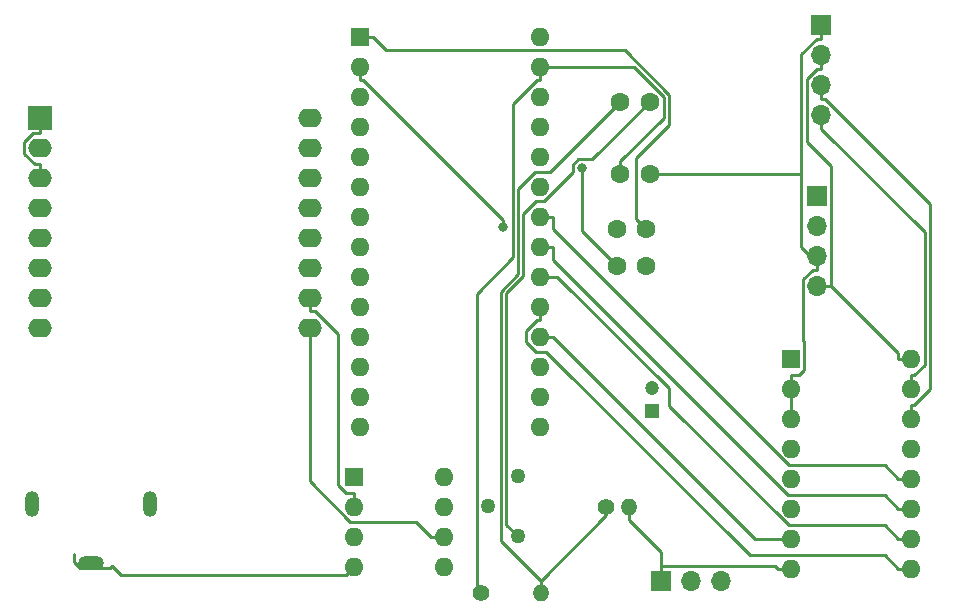
<source format=gbr>
%TF.GenerationSoftware,KiCad,Pcbnew,7.0.6*%
%TF.CreationDate,2023-11-13T16:35:45+01:00*%
%TF.ProjectId,c64sid,63363473-6964-42e6-9b69-6361645f7063,rev?*%
%TF.SameCoordinates,Original*%
%TF.FileFunction,Copper,L2,Bot*%
%TF.FilePolarity,Positive*%
%FSLAX46Y46*%
G04 Gerber Fmt 4.6, Leading zero omitted, Abs format (unit mm)*
G04 Created by KiCad (PCBNEW 7.0.6) date 2023-11-13 16:35:45*
%MOMM*%
%LPD*%
G01*
G04 APERTURE LIST*
%TA.AperFunction,ComponentPad*%
%ADD10R,1.600000X1.600000*%
%TD*%
%TA.AperFunction,ComponentPad*%
%ADD11O,1.600000X1.600000*%
%TD*%
%TA.AperFunction,ComponentPad*%
%ADD12C,1.600000*%
%TD*%
%TA.AperFunction,ComponentPad*%
%ADD13R,1.700000X1.700000*%
%TD*%
%TA.AperFunction,ComponentPad*%
%ADD14O,1.700000X1.700000*%
%TD*%
%TA.AperFunction,ComponentPad*%
%ADD15C,1.400000*%
%TD*%
%TA.AperFunction,ComponentPad*%
%ADD16O,1.400000X1.400000*%
%TD*%
%TA.AperFunction,ComponentPad*%
%ADD17O,1.200000X2.200000*%
%TD*%
%TA.AperFunction,ComponentPad*%
%ADD18O,2.200000X1.200000*%
%TD*%
%TA.AperFunction,ComponentPad*%
%ADD19R,1.200000X1.200000*%
%TD*%
%TA.AperFunction,ComponentPad*%
%ADD20C,1.200000*%
%TD*%
%TA.AperFunction,ComponentPad*%
%ADD21C,1.260000*%
%TD*%
%TA.AperFunction,ComponentPad*%
%ADD22R,2.000000X2.000000*%
%TD*%
%TA.AperFunction,ComponentPad*%
%ADD23O,2.000000X1.600000*%
%TD*%
%TA.AperFunction,ViaPad*%
%ADD24C,0.800000*%
%TD*%
%TA.AperFunction,Conductor*%
%ADD25C,0.250000*%
%TD*%
G04 APERTURE END LIST*
D10*
%TO.P,U3,1,CAP1A*%
%TO.N,Net-(U3-CAP1A)*%
X116970000Y-56250000D03*
D11*
%TO.P,U3,2,CAP2A*%
%TO.N,Net-(U3-CAP2A)*%
X116970000Y-58790000D03*
%TO.P,U3,3,CAP1B*%
%TO.N,Net-(U3-CAP1B)*%
X116970000Y-61330000D03*
%TO.P,U3,4,CAP2B*%
%TO.N,Net-(U3-CAP2B)*%
X116970000Y-63870000D03*
%TO.P,U3,5,~{RES}*%
%TO.N,/~{res}*%
X116970000Y-66410000D03*
%TO.P,U3,6,S2*%
%TO.N,/clk*%
X116970000Y-68950000D03*
%TO.P,U3,7,R~{W}*%
%TO.N,/r~{w}*%
X116970000Y-71490000D03*
%TO.P,U3,8,~{CS}*%
%TO.N,/~{cs}*%
X116970000Y-74030000D03*
%TO.P,U3,9,A0*%
%TO.N,/A_{0}*%
X116970000Y-76570000D03*
%TO.P,U3,10,A1*%
%TO.N,/A_{1}*%
X116970000Y-79110000D03*
%TO.P,U3,11,A2*%
%TO.N,/A_{2}*%
X116970000Y-81650000D03*
%TO.P,U3,12,A3*%
%TO.N,/A_{3}*%
X116970000Y-84190000D03*
%TO.P,U3,13,A4*%
%TO.N,/A_{4}*%
X116970000Y-86730000D03*
%TO.P,U3,14,GND*%
%TO.N,unconnected-(U3-GND-Pad14)*%
X116970000Y-89270000D03*
%TO.P,U3,15,D0*%
%TO.N,/D0*%
X132210000Y-89270000D03*
%TO.P,U3,16,D1*%
%TO.N,/D1*%
X132210000Y-86730000D03*
%TO.P,U3,17,D2*%
%TO.N,/D2*%
X132210000Y-84190000D03*
%TO.P,U3,18,D3*%
%TO.N,/D3*%
X132210000Y-81650000D03*
%TO.P,U3,19,D4*%
%TO.N,/D4*%
X132210000Y-79110000D03*
%TO.P,U3,20,D5*%
%TO.N,/D5*%
X132210000Y-76570000D03*
%TO.P,U3,21,D6*%
%TO.N,/D6*%
X132210000Y-74030000D03*
%TO.P,U3,22,D7*%
%TO.N,/D7*%
X132210000Y-71490000D03*
%TO.P,U3,23,POTY*%
%TO.N,unconnected-(U3-POTY-Pad23)*%
X132210000Y-68950000D03*
%TO.P,U3,24,POTX*%
%TO.N,unconnected-(U3-POTX-Pad24)*%
X132210000Y-66410000D03*
%TO.P,U3,25,Vcc*%
%TO.N,VCC*%
X132210000Y-63870000D03*
%TO.P,U3,26,EXT*%
%TO.N,unconnected-(U3-EXT-Pad26)*%
X132210000Y-61330000D03*
%TO.P,U3,27,OUT*%
%TO.N,Net-(U3-OUT)*%
X132210000Y-58790000D03*
%TO.P,U3,28,Vdd*%
%TO.N,+12V*%
X132210000Y-56250000D03*
%TD*%
D12*
%TO.P,C6,1*%
%TO.N,Net-(U3-OUT)*%
X139022300Y-67870000D03*
%TO.P,C6,2*%
%TO.N,GND*%
X141522300Y-67870000D03*
%TD*%
D13*
%TO.P,J1,1,Pin_1*%
%TO.N,GND*%
X142500000Y-102300000D03*
D14*
%TO.P,J1,2,Pin_2*%
%TO.N,Audio*%
X145040000Y-102300000D03*
%TO.P,J1,3,Pin_3*%
X147580000Y-102300000D03*
%TD*%
D15*
%TO.P,R17,1*%
%TO.N,Net-(C5-Pad1)*%
X137860000Y-96100000D03*
D16*
%TO.P,R17,2*%
%TO.N,GND*%
X139760000Y-96100000D03*
%TD*%
D15*
%TO.P,R18,1*%
%TO.N,Net-(U3-OUT)*%
X127210000Y-103350000D03*
D16*
%TO.P,R18,2*%
%TO.N,Net-(C5-Pad1)*%
X132290000Y-103350000D03*
%TD*%
D12*
%TO.P,C1,1*%
%TO.N,Net-(U3-CAP2A)*%
X138750000Y-72500000D03*
%TO.P,C1,2*%
%TO.N,Net-(U3-CAP1A)*%
X141250000Y-72500000D03*
%TD*%
D10*
%TO.P,U5,1,GAIN*%
%TO.N,unconnected-(U5-GAIN-Pad1)*%
X116520000Y-93500000D03*
D11*
%TO.P,U5,2,-*%
%TO.N,GND*%
X116520000Y-96040000D03*
%TO.P,U5,3,+*%
%TO.N,Net-(U5-+)*%
X116520000Y-98580000D03*
%TO.P,U5,4,GND*%
%TO.N,GND*%
X116520000Y-101120000D03*
%TO.P,U5,5*%
%TO.N,Net-(C3-Pad1)*%
X124140000Y-101120000D03*
%TO.P,U5,6,V+*%
%TO.N,VCC*%
X124140000Y-98580000D03*
%TO.P,U5,7,BYPASS*%
%TO.N,unconnected-(U5-BYPASS-Pad7)*%
X124140000Y-96040000D03*
%TO.P,U5,8,GAIN*%
%TO.N,unconnected-(U5-GAIN-Pad8)*%
X124140000Y-93500000D03*
%TD*%
D13*
%TO.P,J3,1,Pin_1*%
%TO.N,GND*%
X156025000Y-55250000D03*
D14*
%TO.P,J3,2,Pin_2*%
%TO.N,VCC*%
X156025000Y-57790000D03*
%TO.P,J3,3,Pin_3*%
%TO.N,/SCL*%
X156025000Y-60330000D03*
%TO.P,J3,4,Pin_4*%
%TO.N,/SDA*%
X156025000Y-62870000D03*
%TD*%
D10*
%TO.P,U1,1,A0*%
%TO.N,unconnected-(U1-A0-Pad1)*%
X153500000Y-83510000D03*
D11*
%TO.P,U1,2,A1*%
%TO.N,GND*%
X153500000Y-86050000D03*
%TO.P,U1,3,A2*%
X153500000Y-88590000D03*
%TO.P,U1,4,P0*%
%TO.N,/D0*%
X153500000Y-91130000D03*
%TO.P,U1,5,P1*%
%TO.N,/D1*%
X153500000Y-93670000D03*
%TO.P,U1,6,P2*%
%TO.N,/D2*%
X153500000Y-96210000D03*
%TO.P,U1,7,P3*%
%TO.N,/D3*%
X153500000Y-98750000D03*
%TO.P,U1,8,VSS*%
%TO.N,GND*%
X153500000Y-101290000D03*
%TO.P,U1,9,P4*%
%TO.N,/D4*%
X163660000Y-101290000D03*
%TO.P,U1,10,P5*%
%TO.N,/D5*%
X163660000Y-98750000D03*
%TO.P,U1,11,P6*%
%TO.N,/D6*%
X163660000Y-96210000D03*
%TO.P,U1,12,P7*%
%TO.N,/D7*%
X163660000Y-93670000D03*
%TO.P,U1,13,~{INT}*%
%TO.N,unconnected-(U1-~{INT}-Pad13)*%
X163660000Y-91130000D03*
%TO.P,U1,14,SCL*%
%TO.N,/SCL*%
X163660000Y-88590000D03*
%TO.P,U1,15,SDA*%
%TO.N,/SDA*%
X163660000Y-86050000D03*
%TO.P,U1,16,VDD*%
%TO.N,VCC*%
X163660000Y-83510000D03*
%TD*%
D17*
%TO.P,P1,T*%
%TO.N,N/C*%
X99200000Y-95800000D03*
D18*
%TO.P,P1,S*%
X94200000Y-100800000D03*
D17*
%TO.P,P1,R*%
X89200000Y-95800000D03*
%TD*%
D19*
%TO.P,C3,1*%
%TO.N,Net-(C3-Pad1)*%
X141750000Y-87950000D03*
D20*
%TO.P,C3,2*%
%TO.N,Net-(P1-R)*%
X141750000Y-85950000D03*
%TD*%
D12*
%TO.P,C2,1*%
%TO.N,Net-(U3-CAP1B)*%
X138750000Y-75650000D03*
%TO.P,C2,2*%
%TO.N,Net-(U3-CAP2B)*%
X141250000Y-75650000D03*
%TD*%
D21*
%TO.P,RV1,1,1*%
%TO.N,Audio*%
X130370000Y-98550000D03*
%TO.P,RV1,2,2*%
%TO.N,Net-(U5-+)*%
X127830000Y-96010000D03*
%TO.P,RV1,3,3*%
%TO.N,GND*%
X130370000Y-93470000D03*
%TD*%
D13*
%TO.P,J2,1,Pin_1*%
%TO.N,/In*%
X155675000Y-69700000D03*
D14*
%TO.P,J2,2,Pin_2*%
%TO.N,/D3*%
X155675000Y-72240000D03*
%TO.P,J2,3,Pin_3*%
%TO.N,GND*%
X155675000Y-74780000D03*
%TO.P,J2,4,Pin_4*%
%TO.N,VCC*%
X155675000Y-77320000D03*
%TD*%
D22*
%TO.P,U2,1,~{RST}*%
%TO.N,/RST*%
X89890000Y-63110000D03*
D23*
%TO.P,U2,2,A0*%
%TO.N,/In*%
X89890000Y-65650000D03*
%TO.P,U2,3,D0*%
%TO.N,/RST*%
X89890000Y-68190000D03*
%TO.P,U2,4,SCK/D5*%
%TO.N,/A_{1}*%
X89890000Y-70730000D03*
%TO.P,U2,5,MISO/D6*%
%TO.N,/A_{2}*%
X89890000Y-73270000D03*
%TO.P,U2,6,MOSI/D7*%
%TO.N,/A_{3}*%
X89890000Y-75810000D03*
%TO.P,U2,7,CS/D8*%
%TO.N,/A_{4}*%
X89890000Y-78350000D03*
%TO.P,U2,8,3V3*%
%TO.N,unconnected-(U2-3V3-Pad8)*%
X89890000Y-80890000D03*
%TO.P,U2,9,5V*%
%TO.N,VCC*%
X112750000Y-80890000D03*
%TO.P,U2,10,GND*%
%TO.N,GND*%
X112750000Y-78350000D03*
%TO.P,U2,11,D4*%
%TO.N,/A_{0}*%
X112750000Y-75810000D03*
%TO.P,U2,12,D3*%
%TO.N,/D3*%
X112750000Y-73270000D03*
%TO.P,U2,13,SDA/D2*%
%TO.N,/SDA*%
X112750000Y-70730000D03*
%TO.P,U2,14,SCL/D1*%
%TO.N,/SCL*%
X112750000Y-68190000D03*
%TO.P,U2,15,RX*%
%TO.N,unconnected-(U2-RX-Pad15)*%
X112750000Y-65650000D03*
%TO.P,U2,16,TX*%
%TO.N,unconnected-(U2-TX-Pad16)*%
X112750000Y-63110000D03*
%TD*%
D12*
%TO.P,C5,1*%
%TO.N,Net-(C5-Pad1)*%
X139022300Y-61760000D03*
%TO.P,C5,2*%
%TO.N,Audio*%
X141522300Y-61760000D03*
%TD*%
D24*
%TO.N,Net-(U3-CAP1B)*%
X135759900Y-67367500D03*
%TO.N,Net-(U3-CAP2A)*%
X129125900Y-72380600D03*
%TD*%
D25*
%TO.N,GND*%
X92775000Y-100683148D02*
X92775000Y-100050000D01*
X93316852Y-101225000D02*
X92775000Y-100683148D01*
X95825000Y-101225000D02*
X93316852Y-101225000D01*
X96000000Y-101050000D02*
X95825000Y-101225000D01*
X96775000Y-101825000D02*
X96000000Y-101050000D01*
X116520000Y-101120000D02*
X115815000Y-101825000D01*
X115815000Y-101825000D02*
X96775000Y-101825000D01*
%TO.N,/SCL*%
X163893500Y-87463100D02*
X163660000Y-87463100D01*
X165266600Y-86090000D02*
X163893500Y-87463100D01*
X165266600Y-70380700D02*
X165266600Y-86090000D01*
X156392800Y-61506900D02*
X165266600Y-70380700D01*
X156025000Y-61506900D02*
X156392800Y-61506900D01*
X156025000Y-60330000D02*
X156025000Y-61506900D01*
X163660000Y-88590000D02*
X163660000Y-87463100D01*
%TO.N,/SDA*%
X156025000Y-62870000D02*
X156025000Y-64046900D01*
X163660000Y-86050000D02*
X163660000Y-84923100D01*
X163893500Y-84923100D02*
X163660000Y-84923100D01*
X164798000Y-84018600D02*
X163893500Y-84923100D01*
X164798000Y-72819900D02*
X164798000Y-84018600D01*
X156025000Y-64046900D02*
X164798000Y-72819900D01*
%TO.N,/RST*%
X89309400Y-64436900D02*
X89890000Y-64436900D01*
X88563100Y-65183200D02*
X89309400Y-64436900D01*
X88563100Y-66158800D02*
X88563100Y-65183200D01*
X89467400Y-67063100D02*
X88563100Y-66158800D01*
X89890000Y-67063100D02*
X89467400Y-67063100D01*
X89890000Y-68190000D02*
X89890000Y-67063100D01*
X89890000Y-63110000D02*
X89890000Y-64436900D01*
%TO.N,/D7*%
X163660000Y-93670000D02*
X162533100Y-93670000D01*
X132210000Y-71490000D02*
X133336900Y-71490000D01*
X161406200Y-92543100D02*
X162533100Y-93670000D01*
X153316200Y-92543100D02*
X161406200Y-92543100D01*
X133336900Y-72563800D02*
X153316200Y-92543100D01*
X133336900Y-71490000D02*
X133336900Y-72563800D01*
%TO.N,/D6*%
X133336900Y-75156900D02*
X133336900Y-74030000D01*
X153263100Y-95083100D02*
X133336900Y-75156900D01*
X161406200Y-95083100D02*
X153263100Y-95083100D01*
X162533100Y-96210000D02*
X161406200Y-95083100D01*
X163660000Y-96210000D02*
X162533100Y-96210000D01*
X132210000Y-74030000D02*
X133336900Y-74030000D01*
%TO.N,/D5*%
X163660000Y-98750000D02*
X162533100Y-98750000D01*
X161406200Y-97623100D02*
X162533100Y-98750000D01*
X153278300Y-97623100D02*
X161406200Y-97623100D01*
X143128800Y-87473600D02*
X153278300Y-97623100D01*
X143128800Y-85989200D02*
X143128800Y-87473600D01*
X133709600Y-76570000D02*
X143128800Y-85989200D01*
X132210000Y-76570000D02*
X133709600Y-76570000D01*
%TO.N,/D4*%
X131976500Y-80236900D02*
X132210000Y-80236900D01*
X131064300Y-81149100D02*
X131976500Y-80236900D01*
X131064300Y-82113200D02*
X131064300Y-81149100D01*
X131871100Y-82920000D02*
X131064300Y-82113200D01*
X132740200Y-82920000D02*
X131871100Y-82920000D01*
X149983300Y-100163100D02*
X132740200Y-82920000D01*
X161406200Y-100163100D02*
X149983300Y-100163100D01*
X162533100Y-101290000D02*
X161406200Y-100163100D01*
X163660000Y-101290000D02*
X162533100Y-101290000D01*
X132210000Y-79110000D02*
X132210000Y-80236900D01*
%TO.N,/D3*%
X132210000Y-81650000D02*
X133336900Y-81650000D01*
X150436900Y-98750000D02*
X133336900Y-81650000D01*
X153500000Y-98750000D02*
X150436900Y-98750000D01*
%TO.N,Net-(U3-CAP1B)*%
X135759900Y-72659900D02*
X135759900Y-67367500D01*
X138750000Y-75650000D02*
X135759900Y-72659900D01*
%TO.N,Net-(U3-CAP2A)*%
X129125900Y-71791100D02*
X129125900Y-72380600D01*
X117251700Y-59916900D02*
X129125900Y-71791100D01*
X116970000Y-59916900D02*
X117251700Y-59916900D01*
X116970000Y-58790000D02*
X116970000Y-59916900D01*
%TO.N,Net-(U3-CAP1A)*%
X119223800Y-57376900D02*
X118096900Y-56250000D01*
X139404900Y-57376900D02*
X119223800Y-57376900D01*
X143172400Y-61144400D02*
X139404900Y-57376900D01*
X143172400Y-63753200D02*
X143172400Y-61144400D01*
X140394500Y-66531100D02*
X143172400Y-63753200D01*
X140394500Y-71644500D02*
X140394500Y-66531100D01*
X141250000Y-72500000D02*
X140394500Y-71644500D01*
X116970000Y-56250000D02*
X118096900Y-56250000D01*
%TO.N,VCC*%
X155675000Y-77320000D02*
X156738500Y-77320000D01*
X156025000Y-57790000D02*
X156025000Y-58966900D01*
X163660000Y-83510000D02*
X162533100Y-83510000D01*
X162533100Y-83002700D02*
X162533100Y-83510000D01*
X156850400Y-77320000D02*
X162533100Y-83002700D01*
X156738500Y-77320000D02*
X156850400Y-77320000D01*
X155659200Y-58966900D02*
X156025000Y-58966900D01*
X154833600Y-59792500D02*
X155659200Y-58966900D01*
X154833600Y-65151500D02*
X154833600Y-59792500D01*
X156851900Y-67169800D02*
X154833600Y-65151500D01*
X156851900Y-77318500D02*
X156851900Y-67169800D01*
X156850400Y-77320000D02*
X156851900Y-77318500D01*
X121743100Y-97310000D02*
X123013100Y-98580000D01*
X116176600Y-97310000D02*
X121743100Y-97310000D01*
X112750000Y-93883400D02*
X116176600Y-97310000D01*
X112750000Y-80890000D02*
X112750000Y-93883400D01*
X124140000Y-98580000D02*
X123013100Y-98580000D01*
%TO.N,Audio*%
X129397200Y-97577200D02*
X130370000Y-98550000D01*
X129397200Y-77984100D02*
X129397200Y-97577200D01*
X130836600Y-76544700D02*
X129397200Y-77984100D01*
X130836600Y-71247700D02*
X130836600Y-76544700D01*
X131916500Y-70167800D02*
X130836600Y-71247700D01*
X132596300Y-70167800D02*
X131916500Y-70167800D01*
X135033000Y-67731100D02*
X132596300Y-70167800D01*
X135033000Y-67066500D02*
X135033000Y-67731100D01*
X135458900Y-66640600D02*
X135033000Y-67066500D01*
X136641700Y-66640600D02*
X135458900Y-66640600D01*
X141522300Y-61760000D02*
X136641700Y-66640600D01*
%TO.N,GND*%
X115805500Y-94913100D02*
X116520000Y-94913100D01*
X115119300Y-94226900D02*
X115805500Y-94913100D01*
X115119300Y-81423600D02*
X115119300Y-94226900D01*
X113172600Y-79476900D02*
X115119300Y-81423600D01*
X112750000Y-79476900D02*
X113172600Y-79476900D01*
X112750000Y-78350000D02*
X112750000Y-79476900D01*
X116520000Y-96040000D02*
X116520000Y-94913100D01*
X153500000Y-88590000D02*
X153500000Y-86050000D01*
X155309200Y-75956900D02*
X155675000Y-75956900D01*
X154468600Y-76797500D02*
X155309200Y-75956900D01*
X154468600Y-81940800D02*
X154468600Y-76797500D01*
X154626900Y-82099100D02*
X154468600Y-81940800D01*
X154626900Y-84500600D02*
X154626900Y-82099100D01*
X154204400Y-84923100D02*
X154626900Y-84500600D01*
X153500000Y-84923100D02*
X154204400Y-84923100D01*
X153500000Y-86050000D02*
X153500000Y-84923100D01*
X155675000Y-74780000D02*
X155675000Y-75368400D01*
X155675000Y-75368400D02*
X155675000Y-75956900D01*
X156025000Y-55250000D02*
X156025000Y-56426900D01*
X154367200Y-67870000D02*
X141522300Y-67870000D01*
X154367200Y-74060600D02*
X154367200Y-67870000D01*
X155675000Y-75368400D02*
X154367200Y-74060600D01*
X154367200Y-57716900D02*
X154367200Y-67870000D01*
X155657200Y-56426900D02*
X154367200Y-57716900D01*
X156025000Y-56426900D02*
X155657200Y-56426900D01*
X142500000Y-102300000D02*
X142500000Y-101711500D01*
X153500000Y-101290000D02*
X152373100Y-101290000D01*
X152160500Y-101077400D02*
X152373100Y-101290000D01*
X142500000Y-101077400D02*
X152160500Y-101077400D01*
X142500000Y-101711500D02*
X142500000Y-101077400D01*
X142500000Y-99866900D02*
X139760000Y-97126900D01*
X142500000Y-101077400D02*
X142500000Y-99866900D01*
X139760000Y-96100000D02*
X139760000Y-97126900D01*
%TO.N,Net-(C5-Pad1)*%
X132290000Y-103350000D02*
X132290000Y-102323100D01*
X137860000Y-96753100D02*
X137860000Y-96100000D01*
X132290000Y-102323100D02*
X137860000Y-96753100D01*
X128894800Y-98927900D02*
X132290000Y-102323100D01*
X128894800Y-77847400D02*
X128894800Y-98927900D01*
X130384600Y-76357600D02*
X128894800Y-77847400D01*
X130384600Y-69119300D02*
X130384600Y-76357600D01*
X131823900Y-67680000D02*
X130384600Y-69119300D01*
X133102300Y-67680000D02*
X131823900Y-67680000D01*
X139022300Y-61760000D02*
X133102300Y-67680000D01*
%TO.N,Net-(U3-OUT)*%
X132210000Y-58790000D02*
X133336900Y-58790000D01*
X131976500Y-59916900D02*
X132210000Y-59916900D01*
X129931200Y-61962200D02*
X131976500Y-59916900D01*
X129931200Y-74927400D02*
X129931200Y-61962200D01*
X126861400Y-77997200D02*
X129931200Y-74927400D01*
X126861400Y-103001400D02*
X126861400Y-77997200D01*
X127210000Y-103350000D02*
X126861400Y-103001400D01*
X132210000Y-58790000D02*
X132210000Y-59916900D01*
X139022300Y-66809800D02*
X139022300Y-67870000D01*
X142705100Y-63127000D02*
X139022300Y-66809800D01*
X142705100Y-61337000D02*
X142705100Y-63127000D01*
X140158100Y-58790000D02*
X142705100Y-61337000D01*
X133336900Y-58790000D02*
X140158100Y-58790000D01*
%TD*%
M02*

</source>
